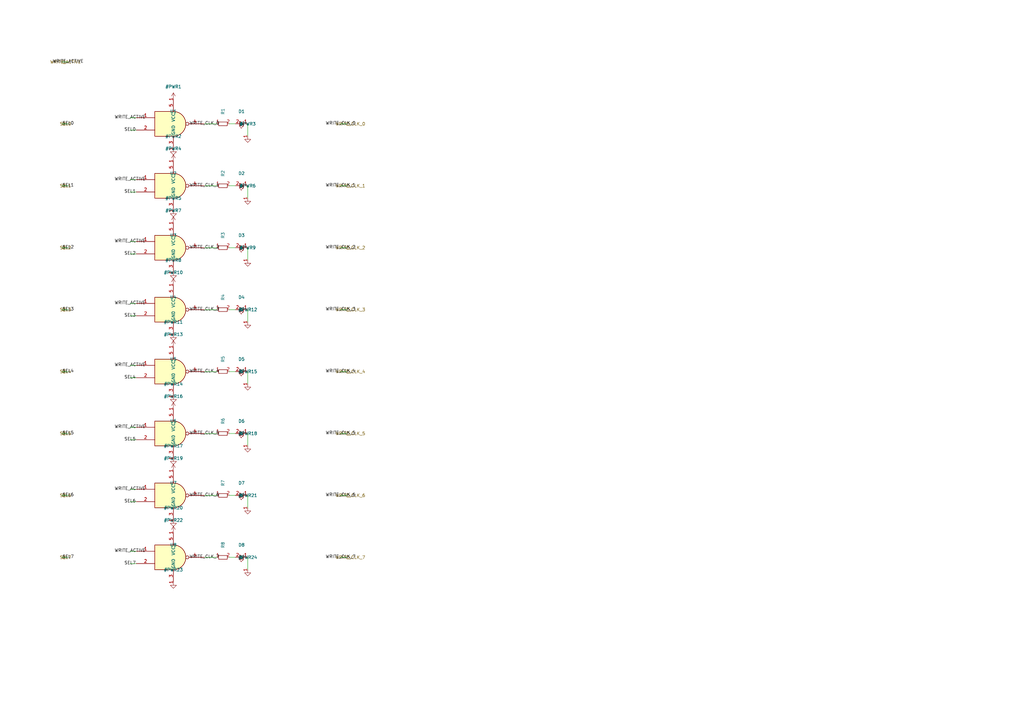
<source format=kicad_sch>
(kicad_sch (version 20250114) (generator eeschema)
  (paper "A3")
  (lib_symbols
    (symbol "74xGxx:74LVC1G00"
      (property "Reference" "U" (at -5.08 7.62 0))
      (property "Value" "74LVC1G00" (at 7.62 -7.62 0))
      (property "Datasheet" "https://www.ti.com/lit/ds/symlink/sn74lvc1g00.pdf" (at 0 0 0))
      (property "Description" "Single NAND Gate, Low-Voltage CMOS" (at 0 0 0))
      (property "ki_keywords" "Single Gate NAND LVC CMOS" (at 0 0 0))
      (property "ki_fp_filters" "SOT?23* Texas?R-PDSO-G5?DCK* Texas?R-PDSO-N5?DRL* Texas?X2SON*0.8x0.8mm*P0.48mm*" (at 0 0 0))
      (symbol "74LVC1G00_0_1"
        (arc (start 0 5.08) (mid 5.0579 0) (end 0 -5.08) (stroke (width 0.254)) (fill (type background)))
        (polyline (pts (xy 0 -5.08) (xy -7.62 -5.08) (xy -7.62 5.08) (xy 0 5.08)) (stroke (width 0.254)) (fill (type background)))
      )
      (symbol "74LVC1G00_1_1"
        (pin input line (at -15.24 2.54 0) (length 7.62) (name "~") (number "1"))
        (pin input line (at -15.24 -2.54 0) (length 7.62) (name "~") (number "2"))
        (pin power_in line (at 0 10.16 270) (length 5.08) (name "VCC") (number "5"))
        (pin power_in line (at 0 -10.16 90) (length 5.08) (name "GND") (number "3"))
        (pin output inverted (at 12.7 0 180) (length 7.62) (name "~") (number "4"))
      )
    )
    (symbol "power:VCC" (power) (pin_names (offset 0))
      (property "Reference" "#PWR" (at 0 -3.81 0))
      (property "Value" "VCC" (at 0 3.556 0))
      (property "Description" "Power symbol creates a global label with name \"VCC\"" (at 0 0 0))
      (property "ki_keywords" "global power" (at 0 0 0))
      (symbol "VCC_0_1"
        (polyline (pts (xy -0.762 1.27) (xy 0 2.54)))
        (polyline (pts (xy 0 2.54) (xy 0.762 1.27)))
        (polyline (pts (xy 0 0) (xy 0 2.54)))
      )
      (symbol "VCC_1_1"
        (pin power_in line (at 0 0 90) (length 0) (name "~") (number "1"))
      )
    )
    (symbol "power:GND" (power) (pin_names (offset 0))
      (property "Reference" "#PWR" (at 0 -6.35 0))
      (property "Value" "GND" (at 0 -3.81 0))
      (property "Description" "Power symbol creates a global label with name \"GND\" , ground" (at 0 0 0))
      (property "ki_keywords" "global power" (at 0 0 0))
      (symbol "GND_0_1"
        (polyline (pts (xy 0 0) (xy 0 -1.27) (xy 1.27 -1.27) (xy 0 -2.54) (xy -1.27 -1.27) (xy 0 -1.27)))
      )
      (symbol "GND_1_1"
        (pin power_in line (at 0 0 270) (length 0) (name "~") (number "1"))
      )
    )
    (symbol "Device:R_Small" (pin_names (offset 0.254))
      (property "Reference" "R" (at 0 0 90))
      (property "Value" "R_Small" (at 1.778 0 90))
      (property "Datasheet" "~" (at 0 0 0))
      (property "Description" "Resistor, small symbol" (at 0 0 0))
      (property "ki_keywords" "R resistor" (at 0 0 0))
      (property "ki_fp_filters" "R_*" (at 0 0 0))
      (symbol "R_Small_0_1"
        (rectangle (start -0.762 1.778) (end 0.762 -1.778) (stroke (width 0.2032)))
      )
      (symbol "R_Small_1_1"
        (pin passive line (at 0 2.54 270) (length 0.762) (name "~") (number "1"))
        (pin passive line (at 0 -2.54 90) (length 0.762) (name "~") (number "2"))
      )
    )
    (symbol "Device:LED_Small" (pin_names (offset 0.254))
      (property "Reference" "D" (at -1.27 3.175 0))
      (property "Value" "LED_Small" (at -4.445 -2.54 0))
      (property "Datasheet" "~" (at 0 0 90))
      (property "Description" "Light emitting diode, small symbol" (at 0 0 0))
      (property "Sim.Pins" "1=K 2=A" (at 0 0 0))
      (property "ki_keywords" "LED diode light-emitting-diode" (at 0 0 0))
      (property "ki_fp_filters" "LED* LED_SMD:* LED_THT:*" (at 0 0 0))
      (symbol "LED_Small_0_1"
        (polyline (pts (xy -0.762 -1.016) (xy -0.762 1.016)) (stroke (width 0.254)))
        (polyline (pts (xy 0 0.762) (xy -0.508 1.27) (xy -0.254 1.27) (xy -0.508 1.27) (xy -0.508 1.016)))
        (polyline (pts (xy 0.508 1.27) (xy 0 1.778) (xy 0.254 1.778) (xy 0 1.778) (xy 0 1.524)))
        (polyline (pts (xy 0.762 -1.016) (xy -0.762 0) (xy 0.762 1.016) (xy 0.762 -1.016)) (stroke (width 0.254)))
        (polyline (pts (xy 1.016 0) (xy -0.762 0)))
      )
      (symbol "LED_Small_1_1"
        (pin passive line (at -2.54 0 0) (length 1.778) (name "K") (number "1"))
        (pin passive line (at 2.54 0 180) (length 1.778) (name "A") (number "2"))
      )
    )
  )
  (wire (pts (xy 25.4 25.4) (xy 27.94 25.4)) (stroke (width 0.0)))
  (wire (pts (xy 25.4 50.8) (xy 27.94 50.8)) (stroke (width 0.0)))
  (wire (pts (xy 25.4 76.2) (xy 27.94 76.2)) (stroke (width 0.0)))
  (wire (pts (xy 25.4 101.6) (xy 27.94 101.6)) (stroke (width 0.0)))
  (wire (pts (xy 25.4 127.0) (xy 27.94 127.0)) (stroke (width 0.0)))
  (wire (pts (xy 25.4 152.4) (xy 27.94 152.4)) (stroke (width 0.0)))
  (wire (pts (xy 25.4 177.8) (xy 27.94 177.8)) (stroke (width 0.0)))
  (wire (pts (xy 25.4 203.2) (xy 27.94 203.2)) (stroke (width 0.0)))
  (wire (pts (xy 25.4 228.6) (xy 27.94 228.6)) (stroke (width 0.0)))
  (wire (pts (xy 55.88 48.26) (xy 53.34 48.26)) (stroke (width 0.0)))
  (wire (pts (xy 55.88 53.34) (xy 53.34 53.34)) (stroke (width 0.0)))
  (wire (pts (xy 93.98 50.8) (xy 96.52 50.8)) (stroke (width 0.0)))
  (wire (pts (xy 101.6 50.8) (xy 101.6 55.88)) (stroke (width 0.0)))
  (wire (pts (xy 83.82 50.8) (xy 88.9 50.8)) (stroke (width 0.0)))
  (wire (pts (xy 55.88 73.66) (xy 53.34 73.66)) (stroke (width 0.0)))
  (wire (pts (xy 55.88 78.74) (xy 53.34 78.74)) (stroke (width 0.0)))
  (wire (pts (xy 93.98 76.2) (xy 96.52 76.2)) (stroke (width 0.0)))
  (wire (pts (xy 101.6 76.2) (xy 101.6 81.28)) (stroke (width 0.0)))
  (wire (pts (xy 83.82 76.2) (xy 88.9 76.2)) (stroke (width 0.0)))
  (wire (pts (xy 55.88 99.06) (xy 53.34 99.06)) (stroke (width 0.0)))
  (wire (pts (xy 55.88 104.14) (xy 53.34 104.14)) (stroke (width 0.0)))
  (wire (pts (xy 93.98 101.6) (xy 96.52 101.6)) (stroke (width 0.0)))
  (wire (pts (xy 101.6 101.6) (xy 101.6 106.68)) (stroke (width 0.0)))
  (wire (pts (xy 83.82 101.6) (xy 88.9 101.6)) (stroke (width 0.0)))
  (wire (pts (xy 55.88 124.46) (xy 53.34 124.46)) (stroke (width 0.0)))
  (wire (pts (xy 55.88 129.54) (xy 53.34 129.54)) (stroke (width 0.0)))
  (wire (pts (xy 93.98 127.0) (xy 96.52 127.0)) (stroke (width 0.0)))
  (wire (pts (xy 101.6 127.0) (xy 101.6 132.08)) (stroke (width 0.0)))
  (wire (pts (xy 83.82 127.0) (xy 88.9 127.0)) (stroke (width 0.0)))
  (wire (pts (xy 55.88 149.86) (xy 53.34 149.86)) (stroke (width 0.0)))
  (wire (pts (xy 55.88 154.94) (xy 53.34 154.94)) (stroke (width 0.0)))
  (wire (pts (xy 93.98 152.4) (xy 96.52 152.4)) (stroke (width 0.0)))
  (wire (pts (xy 101.6 152.4) (xy 101.6 157.48)) (stroke (width 0.0)))
  (wire (pts (xy 83.82 152.4) (xy 88.9 152.4)) (stroke (width 0.0)))
  (wire (pts (xy 55.88 175.26) (xy 53.34 175.26)) (stroke (width 0.0)))
  (wire (pts (xy 55.88 180.34) (xy 53.34 180.34)) (stroke (width 0.0)))
  (wire (pts (xy 93.98 177.8) (xy 96.52 177.8)) (stroke (width 0.0)))
  (wire (pts (xy 101.6 177.8) (xy 101.6 182.88)) (stroke (width 0.0)))
  (wire (pts (xy 83.82 177.8) (xy 88.9 177.8)) (stroke (width 0.0)))
  (wire (pts (xy 55.88 200.66) (xy 53.34 200.66)) (stroke (width 0.0)))
  (wire (pts (xy 55.88 205.74) (xy 53.34 205.74)) (stroke (width 0.0)))
  (wire (pts (xy 93.98 203.2) (xy 96.52 203.2)) (stroke (width 0.0)))
  (wire (pts (xy 101.6 203.2) (xy 101.6 208.28)) (stroke (width 0.0)))
  (wire (pts (xy 83.82 203.2) (xy 88.9 203.2)) (stroke (width 0.0)))
  (wire (pts (xy 55.88 226.06) (xy 53.34 226.06)) (stroke (width 0.0)))
  (wire (pts (xy 55.88 231.14) (xy 53.34 231.14)) (stroke (width 0.0)))
  (wire (pts (xy 93.98 228.6) (xy 96.52 228.6)) (stroke (width 0.0)))
  (wire (pts (xy 101.6 228.6) (xy 101.6 233.68)) (stroke (width 0.0)))
  (wire (pts (xy 83.82 228.6) (xy 88.9 228.6)) (stroke (width 0.0)))
  (wire (pts (xy 142.24 50.8) (xy 139.7 50.8)) (stroke (width 0.0)))
  (wire (pts (xy 142.24 76.2) (xy 139.7 76.2)) (stroke (width 0.0)))
  (wire (pts (xy 142.24 101.6) (xy 139.7 101.6)) (stroke (width 0.0)))
  (wire (pts (xy 142.24 127.0) (xy 139.7 127.0)) (stroke (width 0.0)))
  (wire (pts (xy 142.24 152.4) (xy 139.7 152.4)) (stroke (width 0.0)))
  (wire (pts (xy 142.24 177.8) (xy 139.7 177.8)) (stroke (width 0.0)))
  (wire (pts (xy 142.24 203.2) (xy 139.7 203.2)) (stroke (width 0.0)))
  (wire (pts (xy 142.24 228.6) (xy 139.7 228.6)) (stroke (width 0.0)))
  (label "WRITE_ACTIVE" (at 27.94 25.4 0))
  (label "SEL0" (at 27.94 50.8 0))
  (label "SEL1" (at 27.94 76.2 0))
  (label "SEL2" (at 27.94 101.6 0))
  (label "SEL3" (at 27.94 127.0 0))
  (label "SEL4" (at 27.94 152.4 0))
  (label "SEL5" (at 27.94 177.8 0))
  (label "SEL6" (at 27.94 203.2 0))
  (label "SEL7" (at 27.94 228.6 0))
  (label "WRITE_ACTIVE" (at 53.34 48.26 0))
  (label "SEL0" (at 53.34 53.34 0))
  (label "WRITE_CLK_0" (at 83.82 50.8 0))
  (label "WRITE_ACTIVE" (at 53.34 73.66 0))
  (label "SEL1" (at 53.34 78.74 0))
  (label "WRITE_CLK_1" (at 83.82 76.2 0))
  (label "WRITE_ACTIVE" (at 53.34 99.06 0))
  (label "SEL2" (at 53.34 104.14 0))
  (label "WRITE_CLK_2" (at 83.82 101.6 0))
  (label "WRITE_ACTIVE" (at 53.34 124.46 0))
  (label "SEL3" (at 53.34 129.54 0))
  (label "WRITE_CLK_3" (at 83.82 127.0 0))
  (label "WRITE_ACTIVE" (at 53.34 149.86 0))
  (label "SEL4" (at 53.34 154.94 0))
  (label "WRITE_CLK_4" (at 83.82 152.4 0))
  (label "WRITE_ACTIVE" (at 53.34 175.26 0))
  (label "SEL5" (at 53.34 180.34 0))
  (label "WRITE_CLK_5" (at 83.82 177.8 0))
  (label "WRITE_ACTIVE" (at 53.34 200.66 0))
  (label "SEL6" (at 53.34 205.74 0))
  (label "WRITE_CLK_6" (at 83.82 203.2 0))
  (label "WRITE_ACTIVE" (at 53.34 226.06 0))
  (label "SEL7" (at 53.34 231.14 0))
  (label "WRITE_CLK_7" (at 83.82 228.6 0))
  (label "WRITE_CLK_0" (at 139.7 50.8 0))
  (label "WRITE_CLK_1" (at 139.7 76.2 0))
  (label "WRITE_CLK_2" (at 139.7 101.6 0))
  (label "WRITE_CLK_3" (at 139.7 127.0 0))
  (label "WRITE_CLK_4" (at 139.7 152.4 0))
  (label "WRITE_CLK_5" (at 139.7 177.8 0))
  (label "WRITE_CLK_6" (at 139.7 203.2 0))
  (label "WRITE_CLK_7" (at 139.7 228.6 0))
  (hierarchical_label "WRITE_ACTIVE" (shape input) (at 25.4 25.4 180))
  (hierarchical_label "SEL0" (shape input) (at 25.4 50.8 180))
  (hierarchical_label "SEL1" (shape input) (at 25.4 76.2 180))
  (hierarchical_label "SEL2" (shape input) (at 25.4 101.6 180))
  (hierarchical_label "SEL3" (shape input) (at 25.4 127.0 180))
  (hierarchical_label "SEL4" (shape input) (at 25.4 152.4 180))
  (hierarchical_label "SEL5" (shape input) (at 25.4 177.8 180))
  (hierarchical_label "SEL6" (shape input) (at 25.4 203.2 180))
  (hierarchical_label "SEL7" (shape input) (at 25.4 228.6 180))
  (hierarchical_label "WRITE_CLK_0" (shape output) (at 142.24 50.8 0))
  (hierarchical_label "WRITE_CLK_1" (shape output) (at 142.24 76.2 0))
  (hierarchical_label "WRITE_CLK_2" (shape output) (at 142.24 101.6 0))
  (hierarchical_label "WRITE_CLK_3" (shape output) (at 142.24 127.0 0))
  (hierarchical_label "WRITE_CLK_4" (shape output) (at 142.24 152.4 0))
  (hierarchical_label "WRITE_CLK_5" (shape output) (at 142.24 177.8 0))
  (hierarchical_label "WRITE_CLK_6" (shape output) (at 142.24 203.2 0))
  (hierarchical_label "WRITE_CLK_7" (shape output) (at 142.24 228.6 0))
  (symbol (lib_id "74xGxx:74LVC1G00") (at 71.12 50.8 0) (unit 1)
    (property "Reference" "U1" (at 71.12 45.72 0))
    (property "Value" "74LVC1G00" (effects hide))
    (property "Datasheet" "https://www.ti.com/lit/ds/symlink/sn74lvc1g00.pdf" (effects hide))
  )
  (symbol (lib_id "power:VCC") (at 71.12 40.64 0) (unit 1)
    (property "Reference" "#PWR1" (at 71.12 35.56 0))
    (property "Value" "VCC" (effects hide))
  )
  (symbol (lib_id "power:GND") (at 71.12 60.96 0) (unit 1)
    (property "Reference" "#PWR2" (at 71.12 55.88 0))
    (property "Value" "GND" (effects hide))
  )
  (symbol (lib_id "Device:R_Small") (at 91.44 50.8 90) (unit 1)
    (property "Reference" "R1" (at 91.44 45.72 0))
    (property "Value" "680R" (effects hide))
  )
  (symbol (lib_id "Device:LED_Small") (at 99.06 50.8 180) (unit 1)
    (property "Reference" "D1" (at 99.06 45.72 0))
    (property "Value" "Red" (effects hide))
  )
  (symbol (lib_id "power:GND") (at 101.6 55.88 0) (unit 1)
    (property "Reference" "#PWR3" (at 101.6 50.800000000000004 0))
    (property "Value" "GND" (effects hide))
  )
  (symbol (lib_id "74xGxx:74LVC1G00") (at 71.12 76.2 0) (unit 1)
    (property "Reference" "U2" (at 71.12 71.12 0))
    (property "Value" "74LVC1G00" (effects hide))
    (property "Datasheet" "https://www.ti.com/lit/ds/symlink/sn74lvc1g00.pdf" (effects hide))
  )
  (symbol (lib_id "power:VCC") (at 71.12 66.04 0) (unit 1)
    (property "Reference" "#PWR4" (at 71.12 60.96000000000001 0))
    (property "Value" "VCC" (effects hide))
  )
  (symbol (lib_id "power:GND") (at 71.12 86.36 0) (unit 1)
    (property "Reference" "#PWR5" (at 71.12 81.28 0))
    (property "Value" "GND" (effects hide))
  )
  (symbol (lib_id "Device:R_Small") (at 91.44 76.2 90) (unit 1)
    (property "Reference" "R2" (at 91.44 71.12 0))
    (property "Value" "680R" (effects hide))
  )
  (symbol (lib_id "Device:LED_Small") (at 99.06 76.2 180) (unit 1)
    (property "Reference" "D2" (at 99.06 71.12 0))
    (property "Value" "Red" (effects hide))
  )
  (symbol (lib_id "power:GND") (at 101.6 81.28 0) (unit 1)
    (property "Reference" "#PWR6" (at 101.6 76.2 0))
    (property "Value" "GND" (effects hide))
  )
  (symbol (lib_id "74xGxx:74LVC1G00") (at 71.12 101.6 0) (unit 1)
    (property "Reference" "U3" (at 71.12 96.52 0))
    (property "Value" "74LVC1G00" (effects hide))
    (property "Datasheet" "https://www.ti.com/lit/ds/symlink/sn74lvc1g00.pdf" (effects hide))
  )
  (symbol (lib_id "power:VCC") (at 71.12 91.44 0) (unit 1)
    (property "Reference" "#PWR7" (at 71.12 86.36 0))
    (property "Value" "VCC" (effects hide))
  )
  (symbol (lib_id "power:GND") (at 71.12 111.76 0) (unit 1)
    (property "Reference" "#PWR8" (at 71.12 106.68 0))
    (property "Value" "GND" (effects hide))
  )
  (symbol (lib_id "Device:R_Small") (at 91.44 101.6 90) (unit 1)
    (property "Reference" "R3" (at 91.44 96.52 0))
    (property "Value" "680R" (effects hide))
  )
  (symbol (lib_id "Device:LED_Small") (at 99.06 101.6 180) (unit 1)
    (property "Reference" "D3" (at 99.06 96.52 0))
    (property "Value" "Red" (effects hide))
  )
  (symbol (lib_id "power:GND") (at 101.6 106.68 0) (unit 1)
    (property "Reference" "#PWR9" (at 101.6 101.60000000000001 0))
    (property "Value" "GND" (effects hide))
  )
  (symbol (lib_id "74xGxx:74LVC1G00") (at 71.12 127.0 0) (unit 1)
    (property "Reference" "U4" (at 71.12 121.92 0))
    (property "Value" "74LVC1G00" (effects hide))
    (property "Datasheet" "https://www.ti.com/lit/ds/symlink/sn74lvc1g00.pdf" (effects hide))
  )
  (symbol (lib_id "power:VCC") (at 71.12 116.84 0) (unit 1)
    (property "Reference" "#PWR10" (at 71.12 111.76 0))
    (property "Value" "VCC" (effects hide))
  )
  (symbol (lib_id "power:GND") (at 71.12 137.16 0) (unit 1)
    (property "Reference" "#PWR11" (at 71.12 132.07999999999998 0))
    (property "Value" "GND" (effects hide))
  )
  (symbol (lib_id "Device:R_Small") (at 91.44 127.0 90) (unit 1)
    (property "Reference" "R4" (at 91.44 121.92 0))
    (property "Value" "680R" (effects hide))
  )
  (symbol (lib_id "Device:LED_Small") (at 99.06 127.0 180) (unit 1)
    (property "Reference" "D4" (at 99.06 121.92 0))
    (property "Value" "Red" (effects hide))
  )
  (symbol (lib_id "power:GND") (at 101.6 132.08 0) (unit 1)
    (property "Reference" "#PWR12" (at 101.6 127.00000000000001 0))
    (property "Value" "GND" (effects hide))
  )
  (symbol (lib_id "74xGxx:74LVC1G00") (at 71.12 152.4 0) (unit 1)
    (property "Reference" "U5" (at 71.12 147.32 0))
    (property "Value" "74LVC1G00" (effects hide))
    (property "Datasheet" "https://www.ti.com/lit/ds/symlink/sn74lvc1g00.pdf" (effects hide))
  )
  (symbol (lib_id "power:VCC") (at 71.12 142.24 0) (unit 1)
    (property "Reference" "#PWR13" (at 71.12 137.16 0))
    (property "Value" "VCC" (effects hide))
  )
  (symbol (lib_id "power:GND") (at 71.12 162.56 0) (unit 1)
    (property "Reference" "#PWR14" (at 71.12 157.48 0))
    (property "Value" "GND" (effects hide))
  )
  (symbol (lib_id "Device:R_Small") (at 91.44 152.4 90) (unit 1)
    (property "Reference" "R5" (at 91.44 147.32 0))
    (property "Value" "680R" (effects hide))
  )
  (symbol (lib_id "Device:LED_Small") (at 99.06 152.4 180) (unit 1)
    (property "Reference" "D5" (at 99.06 147.32 0))
    (property "Value" "Red" (effects hide))
  )
  (symbol (lib_id "power:GND") (at 101.6 157.48 0) (unit 1)
    (property "Reference" "#PWR15" (at 101.6 152.39999999999998 0))
    (property "Value" "GND" (effects hide))
  )
  (symbol (lib_id "74xGxx:74LVC1G00") (at 71.12 177.8 0) (unit 1)
    (property "Reference" "U6" (at 71.12 172.72 0))
    (property "Value" "74LVC1G00" (effects hide))
    (property "Datasheet" "https://www.ti.com/lit/ds/symlink/sn74lvc1g00.pdf" (effects hide))
  )
  (symbol (lib_id "power:VCC") (at 71.12 167.64 0) (unit 1)
    (property "Reference" "#PWR16" (at 71.12 162.55999999999997 0))
    (property "Value" "VCC" (effects hide))
  )
  (symbol (lib_id "power:GND") (at 71.12 187.96 0) (unit 1)
    (property "Reference" "#PWR17" (at 71.12 182.88 0))
    (property "Value" "GND" (effects hide))
  )
  (symbol (lib_id "Device:R_Small") (at 91.44 177.8 90) (unit 1)
    (property "Reference" "R6" (at 91.44 172.72 0))
    (property "Value" "680R" (effects hide))
  )
  (symbol (lib_id "Device:LED_Small") (at 99.06 177.8 180) (unit 1)
    (property "Reference" "D6" (at 99.06 172.72 0))
    (property "Value" "Red" (effects hide))
  )
  (symbol (lib_id "power:GND") (at 101.6 182.88 0) (unit 1)
    (property "Reference" "#PWR18" (at 101.6 177.79999999999998 0))
    (property "Value" "GND" (effects hide))
  )
  (symbol (lib_id "74xGxx:74LVC1G00") (at 71.12 203.2 0) (unit 1)
    (property "Reference" "U7" (at 71.12 198.11999999999998 0))
    (property "Value" "74LVC1G00" (effects hide))
    (property "Datasheet" "https://www.ti.com/lit/ds/symlink/sn74lvc1g00.pdf" (effects hide))
  )
  (symbol (lib_id "power:VCC") (at 71.12 193.04 0) (unit 1)
    (property "Reference" "#PWR19" (at 71.12 187.95999999999998 0))
    (property "Value" "VCC" (effects hide))
  )
  (symbol (lib_id "power:GND") (at 71.12 213.36 0) (unit 1)
    (property "Reference" "#PWR20" (at 71.12 208.28 0))
    (property "Value" "GND" (effects hide))
  )
  (symbol (lib_id "Device:R_Small") (at 91.44 203.2 90) (unit 1)
    (property "Reference" "R7" (at 91.44 198.11999999999998 0))
    (property "Value" "680R" (effects hide))
  )
  (symbol (lib_id "Device:LED_Small") (at 99.06 203.2 180) (unit 1)
    (property "Reference" "D7" (at 99.06 198.11999999999998 0))
    (property "Value" "Red" (effects hide))
  )
  (symbol (lib_id "power:GND") (at 101.6 208.28 0) (unit 1)
    (property "Reference" "#PWR21" (at 101.6 203.2 0))
    (property "Value" "GND" (effects hide))
  )
  (symbol (lib_id "74xGxx:74LVC1G00") (at 71.12 228.6 0) (unit 1)
    (property "Reference" "U8" (at 71.12 223.51999999999998 0))
    (property "Value" "74LVC1G00" (effects hide))
    (property "Datasheet" "https://www.ti.com/lit/ds/symlink/sn74lvc1g00.pdf" (effects hide))
  )
  (symbol (lib_id "power:VCC") (at 71.12 218.44 0) (unit 1)
    (property "Reference" "#PWR22" (at 71.12 213.35999999999999 0))
    (property "Value" "VCC" (effects hide))
  )
  (symbol (lib_id "power:GND") (at 71.12 238.76 0) (unit 1)
    (property "Reference" "#PWR23" (at 71.12 233.67999999999998 0))
    (property "Value" "GND" (effects hide))
  )
  (symbol (lib_id "Device:R_Small") (at 91.44 228.6 90) (unit 1)
    (property "Reference" "R8" (at 91.44 223.51999999999998 0))
    (property "Value" "680R" (effects hide))
  )
  (symbol (lib_id "Device:LED_Small") (at 99.06 228.6 180) (unit 1)
    (property "Reference" "D8" (at 99.06 223.51999999999998 0))
    (property "Value" "Red" (effects hide))
  )
  (symbol (lib_id "power:GND") (at 101.6 233.68 0) (unit 1)
    (property "Reference" "#PWR24" (at 101.6 228.6 0))
    (property "Value" "GND" (effects hide))
  )
)
</source>
